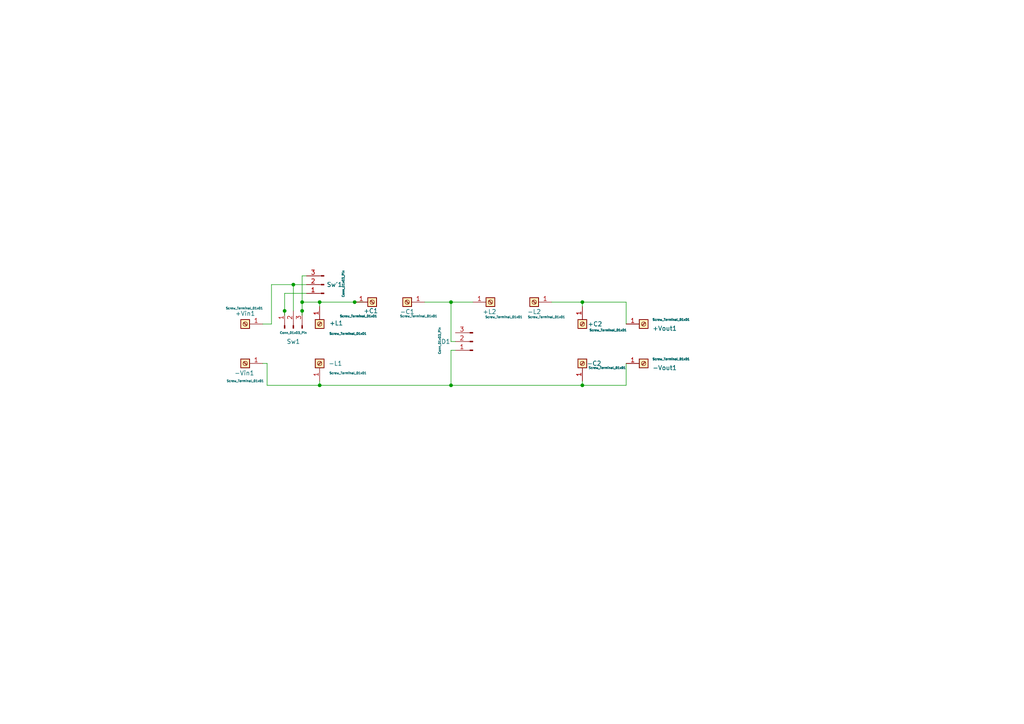
<source format=kicad_sch>
(kicad_sch
	(version 20250114)
	(generator "eeschema")
	(generator_version "9.0")
	(uuid "ef64f864-6f3e-452f-b44d-c71573ddd545")
	(paper "A4")
	(title_block
		(title "Luo Converter Schematic")
		(date "19-06-2025")
	)
	(lib_symbols
		(symbol "Connector:Conn_01x03_Pin"
			(pin_names
				(offset 1.016)
				(hide yes)
			)
			(exclude_from_sim no)
			(in_bom yes)
			(on_board yes)
			(property "Reference" "J"
				(at 0 5.08 0)
				(effects
					(font
						(size 1.27 1.27)
					)
				)
			)
			(property "Value" "Conn_01x03_Pin"
				(at 0 -5.08 0)
				(effects
					(font
						(size 1.27 1.27)
					)
				)
			)
			(property "Footprint" ""
				(at 0 0 0)
				(effects
					(font
						(size 1.27 1.27)
					)
					(hide yes)
				)
			)
			(property "Datasheet" "~"
				(at 0 0 0)
				(effects
					(font
						(size 1.27 1.27)
					)
					(hide yes)
				)
			)
			(property "Description" "Generic connector, single row, 01x03, script generated"
				(at 0 0 0)
				(effects
					(font
						(size 1.27 1.27)
					)
					(hide yes)
				)
			)
			(property "ki_locked" ""
				(at 0 0 0)
				(effects
					(font
						(size 1.27 1.27)
					)
				)
			)
			(property "ki_keywords" "connector"
				(at 0 0 0)
				(effects
					(font
						(size 1.27 1.27)
					)
					(hide yes)
				)
			)
			(property "ki_fp_filters" "Connector*:*_1x??_*"
				(at 0 0 0)
				(effects
					(font
						(size 1.27 1.27)
					)
					(hide yes)
				)
			)
			(symbol "Conn_01x03_Pin_1_1"
				(rectangle
					(start 0.8636 2.667)
					(end 0 2.413)
					(stroke
						(width 0.1524)
						(type default)
					)
					(fill
						(type outline)
					)
				)
				(rectangle
					(start 0.8636 0.127)
					(end 0 -0.127)
					(stroke
						(width 0.1524)
						(type default)
					)
					(fill
						(type outline)
					)
				)
				(rectangle
					(start 0.8636 -2.413)
					(end 0 -2.667)
					(stroke
						(width 0.1524)
						(type default)
					)
					(fill
						(type outline)
					)
				)
				(polyline
					(pts
						(xy 1.27 2.54) (xy 0.8636 2.54)
					)
					(stroke
						(width 0.1524)
						(type default)
					)
					(fill
						(type none)
					)
				)
				(polyline
					(pts
						(xy 1.27 0) (xy 0.8636 0)
					)
					(stroke
						(width 0.1524)
						(type default)
					)
					(fill
						(type none)
					)
				)
				(polyline
					(pts
						(xy 1.27 -2.54) (xy 0.8636 -2.54)
					)
					(stroke
						(width 0.1524)
						(type default)
					)
					(fill
						(type none)
					)
				)
				(pin passive line
					(at 5.08 2.54 180)
					(length 3.81)
					(name "Pin_1"
						(effects
							(font
								(size 1.27 1.27)
							)
						)
					)
					(number "1"
						(effects
							(font
								(size 1.27 1.27)
							)
						)
					)
				)
				(pin passive line
					(at 5.08 0 180)
					(length 3.81)
					(name "Pin_2"
						(effects
							(font
								(size 1.27 1.27)
							)
						)
					)
					(number "2"
						(effects
							(font
								(size 1.27 1.27)
							)
						)
					)
				)
				(pin passive line
					(at 5.08 -2.54 180)
					(length 3.81)
					(name "Pin_3"
						(effects
							(font
								(size 1.27 1.27)
							)
						)
					)
					(number "3"
						(effects
							(font
								(size 1.27 1.27)
							)
						)
					)
				)
			)
			(embedded_fonts no)
		)
		(symbol "Connector:Screw_Terminal_01x01"
			(pin_names
				(offset 1.016)
				(hide yes)
			)
			(exclude_from_sim no)
			(in_bom yes)
			(on_board yes)
			(property "Reference" "J"
				(at 0 2.54 0)
				(effects
					(font
						(size 1.27 1.27)
					)
				)
			)
			(property "Value" "Screw_Terminal_01x01"
				(at 0 -2.54 0)
				(effects
					(font
						(size 1.27 1.27)
					)
				)
			)
			(property "Footprint" ""
				(at 0 0 0)
				(effects
					(font
						(size 1.27 1.27)
					)
					(hide yes)
				)
			)
			(property "Datasheet" "~"
				(at 0 0 0)
				(effects
					(font
						(size 1.27 1.27)
					)
					(hide yes)
				)
			)
			(property "Description" "Generic screw terminal, single row, 01x01, script generated (kicad-library-utils/schlib/autogen/connector/)"
				(at 0 0 0)
				(effects
					(font
						(size 1.27 1.27)
					)
					(hide yes)
				)
			)
			(property "ki_keywords" "screw terminal"
				(at 0 0 0)
				(effects
					(font
						(size 1.27 1.27)
					)
					(hide yes)
				)
			)
			(property "ki_fp_filters" "TerminalBlock*:*"
				(at 0 0 0)
				(effects
					(font
						(size 1.27 1.27)
					)
					(hide yes)
				)
			)
			(symbol "Screw_Terminal_01x01_1_1"
				(rectangle
					(start -1.27 1.27)
					(end 1.27 -1.27)
					(stroke
						(width 0.254)
						(type default)
					)
					(fill
						(type background)
					)
				)
				(polyline
					(pts
						(xy -0.5334 0.3302) (xy 0.3302 -0.508)
					)
					(stroke
						(width 0.1524)
						(type default)
					)
					(fill
						(type none)
					)
				)
				(polyline
					(pts
						(xy -0.3556 0.508) (xy 0.508 -0.3302)
					)
					(stroke
						(width 0.1524)
						(type default)
					)
					(fill
						(type none)
					)
				)
				(circle
					(center 0 0)
					(radius 0.635)
					(stroke
						(width 0.1524)
						(type default)
					)
					(fill
						(type none)
					)
				)
				(pin passive line
					(at -5.08 0 0)
					(length 3.81)
					(name "Pin_1"
						(effects
							(font
								(size 1.27 1.27)
							)
						)
					)
					(number "1"
						(effects
							(font
								(size 1.27 1.27)
							)
						)
					)
				)
			)
			(embedded_fonts no)
		)
	)
	(junction
		(at 85.09 82.55)
		(diameter 0)
		(color 0 0 0 0)
		(uuid "368208cd-c242-424e-889c-26c656aa3894")
	)
	(junction
		(at 102.87 87.63)
		(diameter 0)
		(color 0 0 0 0)
		(uuid "44509183-350b-475d-89ae-4008e0824a1f")
	)
	(junction
		(at 130.81 87.63)
		(diameter 0)
		(color 0 0 0 0)
		(uuid "45844b9e-e764-42a3-bf3b-a4411392d8e9")
	)
	(junction
		(at 130.81 111.76)
		(diameter 0)
		(color 0 0 0 0)
		(uuid "6686d7d1-81ce-40a5-9128-dd9975cdb25b")
	)
	(junction
		(at 92.71 87.63)
		(diameter 0)
		(color 0 0 0 0)
		(uuid "6e9b0d1c-803e-433f-b2a5-ccfdd0966471")
	)
	(junction
		(at 82.55 90.17)
		(diameter 0)
		(color 0 0 0 0)
		(uuid "722ef8ed-9887-4ddf-a80c-0f9fc8ff28a5")
	)
	(junction
		(at 168.91 87.63)
		(diameter 0)
		(color 0 0 0 0)
		(uuid "a271949e-6813-446e-b9f9-053c33e1d509")
	)
	(junction
		(at 92.71 111.76)
		(diameter 0)
		(color 0 0 0 0)
		(uuid "b2a9757e-a0f6-48c4-b76e-b0a9e8d8af95")
	)
	(junction
		(at 87.63 90.17)
		(diameter 0)
		(color 0 0 0 0)
		(uuid "b8c3b742-3433-4e9a-8d53-e105bafd3456")
	)
	(junction
		(at 168.91 111.76)
		(diameter 0)
		(color 0 0 0 0)
		(uuid "bdb8587e-7c19-4944-92c7-d70e626cdf25")
	)
	(junction
		(at 87.63 87.63)
		(diameter 0)
		(color 0 0 0 0)
		(uuid "ef5a7eb8-700a-4b87-b5b5-e7c801afd7cd")
	)
	(wire
		(pts
			(xy 76.2 105.41) (xy 77.47 105.41)
		)
		(stroke
			(width 0)
			(type default)
		)
		(uuid "0240b278-da5f-4f2d-b741-654600e1fa57")
	)
	(wire
		(pts
			(xy 123.19 87.63) (xy 130.81 87.63)
		)
		(stroke
			(width 0)
			(type default)
		)
		(uuid "050f214b-4852-42ad-b1b2-f743790b7601")
	)
	(wire
		(pts
			(xy 78.74 93.98) (xy 78.74 82.55)
		)
		(stroke
			(width 0)
			(type default)
		)
		(uuid "09156f70-2bef-4a68-b0be-6c5d19f41ddb")
	)
	(wire
		(pts
			(xy 181.61 105.41) (xy 181.61 111.76)
		)
		(stroke
			(width 0)
			(type default)
		)
		(uuid "139240fe-d37f-41ef-9ca1-d7bf01125624")
	)
	(wire
		(pts
			(xy 88.9 80.01) (xy 87.63 80.01)
		)
		(stroke
			(width 0)
			(type default)
		)
		(uuid "19255126-75f6-4653-89dd-6f6095cfd566")
	)
	(wire
		(pts
			(xy 82.55 90.17) (xy 82.55 91.44)
		)
		(stroke
			(width 0)
			(type default)
		)
		(uuid "1a83ff01-2832-496b-9225-3484db191069")
	)
	(wire
		(pts
			(xy 92.71 111.76) (xy 92.71 110.49)
		)
		(stroke
			(width 0)
			(type default)
		)
		(uuid "2239d41a-be1f-4e4f-9680-e8620d163451")
	)
	(wire
		(pts
			(xy 168.91 111.76) (xy 168.91 110.49)
		)
		(stroke
			(width 0)
			(type default)
		)
		(uuid "310654fd-73e9-4de5-b91e-baba4330c437")
	)
	(wire
		(pts
			(xy 105.41 87.63) (xy 102.87 87.63)
		)
		(stroke
			(width 0)
			(type default)
		)
		(uuid "3528e90d-f463-4645-b193-a54ef1213879")
	)
	(wire
		(pts
			(xy 130.81 87.63) (xy 137.16 87.63)
		)
		(stroke
			(width 0)
			(type default)
		)
		(uuid "35777fdf-72a2-4d56-aedc-ecbf6427e594")
	)
	(wire
		(pts
			(xy 160.02 87.63) (xy 168.91 87.63)
		)
		(stroke
			(width 0)
			(type default)
		)
		(uuid "3c2965f2-be60-447e-ba0a-597895a6e83a")
	)
	(wire
		(pts
			(xy 181.61 111.76) (xy 168.91 111.76)
		)
		(stroke
			(width 0)
			(type default)
		)
		(uuid "405cceb6-dab6-476b-8d97-12169e0cf4ee")
	)
	(wire
		(pts
			(xy 132.08 99.06) (xy 130.81 99.06)
		)
		(stroke
			(width 0)
			(type default)
		)
		(uuid "47f46c4d-2fe8-4f99-8e56-47ab73dc3bed")
	)
	(wire
		(pts
			(xy 181.61 87.63) (xy 168.91 87.63)
		)
		(stroke
			(width 0)
			(type default)
		)
		(uuid "4cb0ac3e-1553-4324-be0c-47d1da60f6d5")
	)
	(wire
		(pts
			(xy 87.63 80.01) (xy 87.63 87.63)
		)
		(stroke
			(width 0)
			(type default)
		)
		(uuid "4cd582c1-78bc-4a1f-bfae-47f0acab55f3")
	)
	(wire
		(pts
			(xy 78.74 82.55) (xy 85.09 82.55)
		)
		(stroke
			(width 0)
			(type default)
		)
		(uuid "56c3ff04-e0d3-4039-b518-87a6d130b9b4")
	)
	(wire
		(pts
			(xy 87.63 87.63) (xy 87.63 90.17)
		)
		(stroke
			(width 0)
			(type default)
		)
		(uuid "6cb53910-d062-4183-9acd-19b4b29b236e")
	)
	(wire
		(pts
			(xy 88.9 82.55) (xy 85.09 82.55)
		)
		(stroke
			(width 0)
			(type default)
		)
		(uuid "6ec30991-01e1-4ce9-9e66-c19a3082dfc8")
	)
	(wire
		(pts
			(xy 130.81 101.6) (xy 130.81 111.76)
		)
		(stroke
			(width 0)
			(type default)
		)
		(uuid "7a77a3dd-458d-42a8-923b-9146c23b281a")
	)
	(wire
		(pts
			(xy 88.9 85.09) (xy 82.55 85.09)
		)
		(stroke
			(width 0)
			(type default)
		)
		(uuid "84bbda4f-a15c-42e9-9c82-3d2641dd575f")
	)
	(wire
		(pts
			(xy 92.71 111.76) (xy 130.81 111.76)
		)
		(stroke
			(width 0)
			(type default)
		)
		(uuid "87351d50-3aa1-47aa-9258-7d0fe3de0146")
	)
	(wire
		(pts
			(xy 82.55 85.09) (xy 82.55 90.17)
		)
		(stroke
			(width 0)
			(type default)
		)
		(uuid "91c13d08-d931-447c-8927-061d5b6ab864")
	)
	(wire
		(pts
			(xy 181.61 93.98) (xy 181.61 87.63)
		)
		(stroke
			(width 0)
			(type default)
		)
		(uuid "9a11561f-3530-442e-a540-ce58d8150927")
	)
	(wire
		(pts
			(xy 87.63 87.63) (xy 92.71 87.63)
		)
		(stroke
			(width 0)
			(type default)
		)
		(uuid "9bd65b51-f831-4d2f-a64a-60a7a2cb6480")
	)
	(wire
		(pts
			(xy 130.81 87.63) (xy 130.81 99.06)
		)
		(stroke
			(width 0)
			(type default)
		)
		(uuid "9f8ca37f-2ea2-4d58-9bcf-108dc1732209")
	)
	(wire
		(pts
			(xy 130.81 101.6) (xy 132.08 101.6)
		)
		(stroke
			(width 0)
			(type default)
		)
		(uuid "a055beeb-538e-4b8b-8c8d-57f05aaeb694")
	)
	(wire
		(pts
			(xy 130.81 111.76) (xy 168.91 111.76)
		)
		(stroke
			(width 0)
			(type default)
		)
		(uuid "b1235caa-7f7b-41d2-afc4-574df932e8ab")
	)
	(wire
		(pts
			(xy 77.47 111.76) (xy 92.71 111.76)
		)
		(stroke
			(width 0)
			(type default)
		)
		(uuid "bcd72996-abbe-4ec6-8ce9-dd88af72a8c5")
	)
	(wire
		(pts
			(xy 92.71 87.63) (xy 92.71 88.9)
		)
		(stroke
			(width 0)
			(type default)
		)
		(uuid "c16eb43a-b4f1-49ed-9332-8410bfdcd2ec")
	)
	(wire
		(pts
			(xy 85.09 82.55) (xy 85.09 90.17)
		)
		(stroke
			(width 0)
			(type default)
		)
		(uuid "c2fd0dbc-a5b7-4a10-b2e6-8f3c0836790a")
	)
	(wire
		(pts
			(xy 76.2 93.98) (xy 78.74 93.98)
		)
		(stroke
			(width 0)
			(type default)
		)
		(uuid "d09a918a-c90a-4173-bfa7-87eefe71b9ff")
	)
	(wire
		(pts
			(xy 102.87 87.63) (xy 92.71 87.63)
		)
		(stroke
			(width 0)
			(type default)
		)
		(uuid "e1f0e475-df0a-444f-89d0-b01eadd16a74")
	)
	(wire
		(pts
			(xy 87.63 90.17) (xy 87.63 91.44)
		)
		(stroke
			(width 0)
			(type default)
		)
		(uuid "e9da0262-643f-469c-9e26-9ebcc98babdd")
	)
	(wire
		(pts
			(xy 168.91 87.63) (xy 168.91 88.9)
		)
		(stroke
			(width 0)
			(type default)
		)
		(uuid "f8a1c988-263c-4387-b3a8-022ad2df36f3")
	)
	(wire
		(pts
			(xy 77.47 105.41) (xy 77.47 111.76)
		)
		(stroke
			(width 0)
			(type default)
		)
		(uuid "ff8efe59-86db-4ed9-85db-0bad26405230")
	)
	(symbol
		(lib_id "Connector:Screw_Terminal_01x01")
		(at 71.12 105.41 180)
		(unit 1)
		(exclude_from_sim no)
		(in_bom yes)
		(on_board yes)
		(dnp no)
		(uuid "008046fa-8167-4839-92dc-40b5c681526c")
		(property "Reference" "-Vin1"
			(at 70.866 108.204 0)
			(effects
				(font
					(size 1.27 1.27)
				)
			)
		)
		(property "Value" "Screw_Terminal_01x01"
			(at 71.12 110.49 0)
			(effects
				(font
					(size 0.635 0.635)
				)
			)
		)
		(property "Footprint" "Connector:Banana_Jack_1Pin"
			(at 71.12 105.41 0)
			(effects
				(font
					(size 1.27 1.27)
				)
				(hide yes)
			)
		)
		(property "Datasheet" "~"
			(at 71.12 105.41 0)
			(effects
				(font
					(size 1.27 1.27)
				)
				(hide yes)
			)
		)
		(property "Description" "Generic screw terminal, single row, 01x01, script generated (kicad-library-utils/schlib/autogen/connector/)"
			(at 71.12 105.41 0)
			(effects
				(font
					(size 1.27 1.27)
				)
				(hide yes)
			)
		)
		(pin "1"
			(uuid "da856b95-eded-4ed5-b729-6a1a128f9a39")
		)
		(instances
			(project ""
				(path "/ef64f864-6f3e-452f-b44d-c71573ddd545"
					(reference "-Vin1")
					(unit 1)
				)
			)
		)
	)
	(symbol
		(lib_id "Connector:Screw_Terminal_01x01")
		(at 154.94 87.63 180)
		(unit 1)
		(exclude_from_sim no)
		(in_bom yes)
		(on_board yes)
		(dnp no)
		(uuid "1021b9ae-942f-4ca1-baa9-94faa142b2b6")
		(property "Reference" "-L2"
			(at 154.94 90.424 0)
			(effects
				(font
					(size 1.27 1.27)
				)
			)
		)
		(property "Value" "Screw_Terminal_01x01"
			(at 158.496 91.948 0)
			(effects
				(font
					(size 0.635 0.635)
				)
			)
		)
		(property "Footprint" "Connector:Banana_Jack_1Pin"
			(at 154.94 87.63 0)
			(effects
				(font
					(size 1.27 1.27)
				)
				(hide yes)
			)
		)
		(property "Datasheet" "~"
			(at 154.94 87.63 0)
			(effects
				(font
					(size 1.27 1.27)
				)
				(hide yes)
			)
		)
		(property "Description" "Generic screw terminal, single row, 01x01, script generated (kicad-library-utils/schlib/autogen/connector/)"
			(at 154.94 87.63 0)
			(effects
				(font
					(size 1.27 1.27)
				)
				(hide yes)
			)
		)
		(pin "1"
			(uuid "0e6a6ecf-3bc2-4a63-8f6e-8eec73a7a18b")
		)
		(instances
			(project "Luo_Converter"
				(path "/ef64f864-6f3e-452f-b44d-c71573ddd545"
					(reference "-L2")
					(unit 1)
				)
			)
		)
	)
	(symbol
		(lib_id "Connector:Screw_Terminal_01x01")
		(at 71.12 93.98 180)
		(unit 1)
		(exclude_from_sim no)
		(in_bom yes)
		(on_board yes)
		(dnp no)
		(uuid "126087c8-f571-469b-a3ec-7957ddf6fc68")
		(property "Reference" "+Vin1"
			(at 71.12 90.932 0)
			(effects
				(font
					(size 1.27 1.27)
				)
			)
		)
		(property "Value" "Screw_Terminal_01x01"
			(at 70.866 89.408 0)
			(effects
				(font
					(size 0.635 0.635)
				)
			)
		)
		(property "Footprint" "Connector:Banana_Jack_1Pin"
			(at 71.12 93.98 0)
			(effects
				(font
					(size 1.27 1.27)
				)
				(hide yes)
			)
		)
		(property "Datasheet" "~"
			(at 71.12 93.98 0)
			(effects
				(font
					(size 1.27 1.27)
				)
				(hide yes)
			)
		)
		(property "Description" "Generic screw terminal, single row, 01x01, script generated (kicad-library-utils/schlib/autogen/connector/)"
			(at 71.12 93.98 0)
			(effects
				(font
					(size 1.27 1.27)
				)
				(hide yes)
			)
		)
		(pin "1"
			(uuid "c0bce88d-5990-434c-89e2-312d04292b0a")
		)
		(instances
			(project ""
				(path "/ef64f864-6f3e-452f-b44d-c71573ddd545"
					(reference "+Vin1")
					(unit 1)
				)
			)
		)
	)
	(symbol
		(lib_id "Connector:Conn_01x03_Pin")
		(at 93.98 82.55 180)
		(unit 1)
		(exclude_from_sim no)
		(in_bom yes)
		(on_board yes)
		(dnp no)
		(uuid "15bd0201-99a3-443e-8056-611d166738d0")
		(property "Reference" "Sw'1"
			(at 97.028 82.55 0)
			(effects
				(font
					(size 1.27 1.27)
				)
			)
		)
		(property "Value" "Conn_01x03_Pin"
			(at 99.568 82.296 90)
			(effects
				(font
					(size 0.635 0.635)
				)
			)
		)
		(property "Footprint" "TerminalBlock:TerminalBlock_bornier-3_P5.08mm"
			(at 93.98 82.55 0)
			(effects
				(font
					(size 1.27 1.27)
				)
				(hide yes)
			)
		)
		(property "Datasheet" "~"
			(at 93.98 82.55 0)
			(effects
				(font
					(size 1.27 1.27)
				)
				(hide yes)
			)
		)
		(property "Description" "Generic connector, single row, 01x03, script generated"
			(at 93.98 82.55 0)
			(effects
				(font
					(size 1.27 1.27)
				)
				(hide yes)
			)
		)
		(pin "2"
			(uuid "eb038ac5-74c5-46f5-ba48-5f791ec5a7f6")
		)
		(pin "3"
			(uuid "de602130-bc76-47f1-9b27-2b1c914a81b9")
		)
		(pin "1"
			(uuid "0004d3c6-2985-4161-abef-3f00502fec4c")
		)
		(instances
			(project "Luo_Converter"
				(path "/ef64f864-6f3e-452f-b44d-c71573ddd545"
					(reference "Sw'1")
					(unit 1)
				)
			)
		)
	)
	(symbol
		(lib_id "Connector:Screw_Terminal_01x01")
		(at 118.11 87.63 180)
		(unit 1)
		(exclude_from_sim no)
		(in_bom yes)
		(on_board yes)
		(dnp no)
		(uuid "23159e40-ac0f-4875-92e0-64fe199e8a4c")
		(property "Reference" "-C1"
			(at 118.11 90.424 0)
			(effects
				(font
					(size 1.27 1.27)
				)
			)
		)
		(property "Value" "Screw_Terminal_01x01"
			(at 121.412 91.694 0)
			(effects
				(font
					(size 0.635 0.635)
				)
			)
		)
		(property "Footprint" "Connector:Banana_Jack_1Pin"
			(at 118.11 87.63 0)
			(effects
				(font
					(size 1.27 1.27)
				)
				(hide yes)
			)
		)
		(property "Datasheet" "~"
			(at 118.11 87.63 0)
			(effects
				(font
					(size 1.27 1.27)
				)
				(hide yes)
			)
		)
		(property "Description" "Generic screw terminal, single row, 01x01, script generated (kicad-library-utils/schlib/autogen/connector/)"
			(at 118.11 87.63 0)
			(effects
				(font
					(size 1.27 1.27)
				)
				(hide yes)
			)
		)
		(pin "1"
			(uuid "eb9d698a-5af4-4e3d-b945-8dc44e692aa3")
		)
		(instances
			(project "Luo_Converter"
				(path "/ef64f864-6f3e-452f-b44d-c71573ddd545"
					(reference "-C1")
					(unit 1)
				)
			)
		)
	)
	(symbol
		(lib_id "Connector:Screw_Terminal_01x01")
		(at 92.71 105.41 90)
		(unit 1)
		(exclude_from_sim no)
		(in_bom yes)
		(on_board yes)
		(dnp no)
		(uuid "3f16cbc7-5bfb-4464-9531-0a8b58d820f5")
		(property "Reference" "-L1"
			(at 95.25 105.41 90)
			(effects
				(font
					(size 1.27 1.27)
				)
				(justify right)
			)
		)
		(property "Value" "Screw_Terminal_01x01"
			(at 95.504 108.204 90)
			(effects
				(font
					(size 0.635 0.635)
				)
				(justify right)
			)
		)
		(property "Footprint" "Connector:Banana_Jack_1Pin"
			(at 92.71 105.41 0)
			(effects
				(font
					(size 1.27 1.27)
				)
				(hide yes)
			)
		)
		(property "Datasheet" "~"
			(at 92.71 105.41 0)
			(effects
				(font
					(size 1.27 1.27)
				)
				(hide yes)
			)
		)
		(property "Description" "Generic screw terminal, single row, 01x01, script generated (kicad-library-utils/schlib/autogen/connector/)"
			(at 92.71 105.41 0)
			(effects
				(font
					(size 1.27 1.27)
				)
				(hide yes)
			)
		)
		(pin "1"
			(uuid "e6099344-0c4d-4e98-ad51-8c0983a3c562")
		)
		(instances
			(project "Luo_Converter"
				(path "/ef64f864-6f3e-452f-b44d-c71573ddd545"
					(reference "-L1")
					(unit 1)
				)
			)
		)
	)
	(symbol
		(lib_id "Connector:Screw_Terminal_01x01")
		(at 168.91 93.98 270)
		(unit 1)
		(exclude_from_sim no)
		(in_bom yes)
		(on_board yes)
		(dnp no)
		(uuid "42c00b43-f465-4e24-9b17-975855aaf36a")
		(property "Reference" "+C2"
			(at 170.434 93.98 90)
			(effects
				(font
					(size 1.27 1.27)
				)
				(justify left)
			)
		)
		(property "Value" "Screw_Terminal_01x01"
			(at 170.942 95.758 90)
			(effects
				(font
					(size 0.635 0.635)
				)
				(justify left)
			)
		)
		(property "Footprint" "Connector:Banana_Jack_1Pin"
			(at 168.91 93.98 0)
			(effects
				(font
					(size 1.27 1.27)
				)
				(hide yes)
			)
		)
		(property "Datasheet" "~"
			(at 168.91 93.98 0)
			(effects
				(font
					(size 1.27 1.27)
				)
				(hide yes)
			)
		)
		(property "Description" "Generic screw terminal, single row, 01x01, script generated (kicad-library-utils/schlib/autogen/connector/)"
			(at 168.91 93.98 0)
			(effects
				(font
					(size 1.27 1.27)
				)
				(hide yes)
			)
		)
		(pin "1"
			(uuid "b3815596-7854-414c-8d2e-209e06d6becd")
		)
		(instances
			(project "Luo_Converter"
				(path "/ef64f864-6f3e-452f-b44d-c71573ddd545"
					(reference "+C2")
					(unit 1)
				)
			)
		)
	)
	(symbol
		(lib_id "Connector:Screw_Terminal_01x01")
		(at 92.71 93.98 270)
		(unit 1)
		(exclude_from_sim no)
		(in_bom yes)
		(on_board yes)
		(dnp no)
		(uuid "559abc54-0899-4552-a993-b1f231188a03")
		(property "Reference" "+L1"
			(at 95.504 93.726 90)
			(effects
				(font
					(size 1.27 1.27)
				)
				(justify left)
			)
		)
		(property "Value" "Screw_Terminal_01x01"
			(at 95.504 96.774 90)
			(effects
				(font
					(size 0.635 0.635)
				)
				(justify left)
			)
		)
		(property "Footprint" "Connector:Banana_Jack_1Pin"
			(at 92.71 93.98 0)
			(effects
				(font
					(size 1.27 1.27)
				)
				(hide yes)
			)
		)
		(property "Datasheet" "~"
			(at 92.71 93.98 0)
			(effects
				(font
					(size 1.27 1.27)
				)
				(hide yes)
			)
		)
		(property "Description" "Generic screw terminal, single row, 01x01, script generated (kicad-library-utils/schlib/autogen/connector/)"
			(at 92.71 93.98 0)
			(effects
				(font
					(size 1.27 1.27)
				)
				(hide yes)
			)
		)
		(pin "1"
			(uuid "9e9fe4a1-4c2e-4fd3-81f2-8ec8df5ebc52")
		)
		(instances
			(project "Luo_Converter"
				(path "/ef64f864-6f3e-452f-b44d-c71573ddd545"
					(reference "+L1")
					(unit 1)
				)
			)
		)
	)
	(symbol
		(lib_id "Connector:Screw_Terminal_01x01")
		(at 168.91 105.41 90)
		(unit 1)
		(exclude_from_sim no)
		(in_bom yes)
		(on_board yes)
		(dnp no)
		(uuid "576a181f-6707-4454-b505-63267e12c03a")
		(property "Reference" "-C2"
			(at 170.18 105.41 90)
			(effects
				(font
					(size 1.27 1.27)
				)
				(justify right)
			)
		)
		(property "Value" "Screw_Terminal_01x01"
			(at 170.688 106.68 90)
			(effects
				(font
					(size 0.635 0.635)
				)
				(justify right)
			)
		)
		(property "Footprint" "Connector:Banana_Jack_1Pin"
			(at 168.91 105.41 0)
			(effects
				(font
					(size 1.27 1.27)
				)
				(hide yes)
			)
		)
		(property "Datasheet" "~"
			(at 168.91 105.41 0)
			(effects
				(font
					(size 1.27 1.27)
				)
				(hide yes)
			)
		)
		(property "Description" "Generic screw terminal, single row, 01x01, script generated (kicad-library-utils/schlib/autogen/connector/)"
			(at 168.91 105.41 0)
			(effects
				(font
					(size 1.27 1.27)
				)
				(hide yes)
			)
		)
		(pin "1"
			(uuid "a29c76bd-1565-4d61-9325-4ee459afa9a9")
		)
		(instances
			(project "Luo_Converter"
				(path "/ef64f864-6f3e-452f-b44d-c71573ddd545"
					(reference "-C2")
					(unit 1)
				)
			)
		)
	)
	(symbol
		(lib_id "Connector:Screw_Terminal_01x01")
		(at 142.24 87.63 0)
		(unit 1)
		(exclude_from_sim no)
		(in_bom yes)
		(on_board yes)
		(dnp no)
		(uuid "5aae6ce9-6e78-40b2-a150-3b522d7a1837")
		(property "Reference" "+L2"
			(at 139.954 90.424 0)
			(effects
				(font
					(size 1.27 1.27)
				)
				(justify left)
			)
		)
		(property "Value" "Screw_Terminal_01x01"
			(at 140.716 91.948 0)
			(effects
				(font
					(size 0.635 0.635)
				)
				(justify left)
			)
		)
		(property "Footprint" "Connector:Banana_Jack_1Pin"
			(at 142.24 87.63 0)
			(effects
				(font
					(size 1.27 1.27)
				)
				(hide yes)
			)
		)
		(property "Datasheet" "~"
			(at 142.24 87.63 0)
			(effects
				(font
					(size 1.27 1.27)
				)
				(hide yes)
			)
		)
		(property "Description" "Generic screw terminal, single row, 01x01, script generated (kicad-library-utils/schlib/autogen/connector/)"
			(at 142.24 87.63 0)
			(effects
				(font
					(size 1.27 1.27)
				)
				(hide yes)
			)
		)
		(pin "1"
			(uuid "799b0fe1-7e58-4e3d-8aa9-0f08ece972a7")
		)
		(instances
			(project "Luo_Converter"
				(path "/ef64f864-6f3e-452f-b44d-c71573ddd545"
					(reference "+L2")
					(unit 1)
				)
			)
		)
	)
	(symbol
		(lib_id "Connector:Screw_Terminal_01x01")
		(at 186.69 93.98 0)
		(mirror x)
		(unit 1)
		(exclude_from_sim no)
		(in_bom yes)
		(on_board yes)
		(dnp no)
		(fields_autoplaced yes)
		(uuid "882daf75-4cf1-4961-885c-e14108e43caf")
		(property "Reference" "+Vout1"
			(at 189.23 95.2501 0)
			(effects
				(font
					(size 1.27 1.27)
				)
				(justify left)
			)
		)
		(property "Value" "Screw_Terminal_01x01"
			(at 189.23 92.7101 0)
			(effects
				(font
					(size 0.635 0.635)
				)
				(justify left)
			)
		)
		(property "Footprint" "Connector:Banana_Jack_1Pin"
			(at 186.69 93.98 0)
			(effects
				(font
					(size 1.27 1.27)
				)
				(hide yes)
			)
		)
		(property "Datasheet" "~"
			(at 186.69 93.98 0)
			(effects
				(font
					(size 1.27 1.27)
				)
				(hide yes)
			)
		)
		(property "Description" "Generic screw terminal, single row, 01x01, script generated (kicad-library-utils/schlib/autogen/connector/)"
			(at 186.69 93.98 0)
			(effects
				(font
					(size 1.27 1.27)
				)
				(hide yes)
			)
		)
		(pin "1"
			(uuid "79839409-c250-4c4b-9f2f-8a2adc08f7a3")
		)
		(instances
			(project "Luo_Converter"
				(path "/ef64f864-6f3e-452f-b44d-c71573ddd545"
					(reference "+Vout1")
					(unit 1)
				)
			)
		)
	)
	(symbol
		(lib_id "Connector:Conn_01x03_Pin")
		(at 85.09 95.25 90)
		(unit 1)
		(exclude_from_sim no)
		(in_bom yes)
		(on_board yes)
		(dnp no)
		(uuid "9bae47ed-45ae-45d1-8503-f722ad3f45fd")
		(property "Reference" "Sw1"
			(at 85.09 99.06 90)
			(effects
				(font
					(size 1.27 1.27)
				)
			)
		)
		(property "Value" "Conn_01x03_Pin"
			(at 85.09 96.52 90)
			(effects
				(font
					(size 0.635 0.635)
				)
			)
		)
		(property "Footprint" "TerminalBlock:TerminalBlock_bornier-3_P5.08mm"
			(at 85.09 95.25 0)
			(effects
				(font
					(size 1.27 1.27)
				)
				(hide yes)
			)
		)
		(property "Datasheet" "~"
			(at 85.09 95.25 0)
			(effects
				(font
					(size 1.27 1.27)
				)
				(hide yes)
			)
		)
		(property "Description" "Generic connector, single row, 01x03, script generated"
			(at 85.09 95.25 0)
			(effects
				(font
					(size 1.27 1.27)
				)
				(hide yes)
			)
		)
		(pin "2"
			(uuid "643a0095-7be4-4cba-9b2a-2a75db929b8b")
		)
		(pin "3"
			(uuid "aba929b8-f483-4e49-94d4-cfa400e5e264")
		)
		(pin "1"
			(uuid "f644b8c2-5817-4e7a-9b69-2fbf2f83b724")
		)
		(instances
			(project "Luo_Converter"
				(path "/ef64f864-6f3e-452f-b44d-c71573ddd545"
					(reference "Sw1")
					(unit 1)
				)
			)
		)
	)
	(symbol
		(lib_id "Connector:Screw_Terminal_01x01")
		(at 107.95 87.63 0)
		(unit 1)
		(exclude_from_sim no)
		(in_bom yes)
		(on_board yes)
		(dnp no)
		(uuid "c9c13ea8-9735-43d5-bf6b-aa6ca058382f")
		(property "Reference" "+C1"
			(at 105.41 90.17 0)
			(effects
				(font
					(size 1.27 1.27)
				)
				(justify left)
			)
		)
		(property "Value" "Screw_Terminal_01x01"
			(at 98.552 91.694 0)
			(effects
				(font
					(size 0.635 0.635)
				)
				(justify left)
			)
		)
		(property "Footprint" "Connector:Banana_Jack_1Pin"
			(at 107.95 87.63 0)
			(effects
				(font
					(size 1.27 1.27)
				)
				(hide yes)
			)
		)
		(property "Datasheet" "~"
			(at 107.95 87.63 0)
			(effects
				(font
					(size 1.27 1.27)
				)
				(hide yes)
			)
		)
		(property "Description" "Generic screw terminal, single row, 01x01, script generated (kicad-library-utils/schlib/autogen/connector/)"
			(at 107.95 87.63 0)
			(effects
				(font
					(size 1.27 1.27)
				)
				(hide yes)
			)
		)
		(pin "1"
			(uuid "9d41f134-dc84-45bd-8fe0-189430b250ee")
		)
		(instances
			(project "Luo_Converter"
				(path "/ef64f864-6f3e-452f-b44d-c71573ddd545"
					(reference "+C1")
					(unit 1)
				)
			)
		)
	)
	(symbol
		(lib_id "Connector:Screw_Terminal_01x01")
		(at 186.69 105.41 0)
		(mirror x)
		(unit 1)
		(exclude_from_sim no)
		(in_bom yes)
		(on_board yes)
		(dnp no)
		(fields_autoplaced yes)
		(uuid "e452f452-cf69-46ec-8fb3-ffbba661773f")
		(property "Reference" "-Vout1"
			(at 189.23 106.6801 0)
			(effects
				(font
					(size 1.27 1.27)
				)
				(justify left)
			)
		)
		(property "Value" "Screw_Terminal_01x01"
			(at 189.23 104.1401 0)
			(effects
				(font
					(size 0.635 0.635)
				)
				(justify left)
			)
		)
		(property "Footprint" "Connector:Banana_Jack_1Pin"
			(at 186.69 105.41 0)
			(effects
				(font
					(size 1.27 1.27)
				)
				(hide yes)
			)
		)
		(property "Datasheet" "~"
			(at 186.69 105.41 0)
			(effects
				(font
					(size 1.27 1.27)
				)
				(hide yes)
			)
		)
		(property "Description" "Generic screw terminal, single row, 01x01, script generated (kicad-library-utils/schlib/autogen/connector/)"
			(at 186.69 105.41 0)
			(effects
				(font
					(size 1.27 1.27)
				)
				(hide yes)
			)
		)
		(pin "1"
			(uuid "f9f1ed2d-00dd-45d7-b5c2-037f6cc19584")
		)
		(instances
			(project "Luo_Converter"
				(path "/ef64f864-6f3e-452f-b44d-c71573ddd545"
					(reference "-Vout1")
					(unit 1)
				)
			)
		)
	)
	(symbol
		(lib_id "Connector:Conn_01x03_Pin")
		(at 137.16 99.06 180)
		(unit 1)
		(exclude_from_sim no)
		(in_bom yes)
		(on_board yes)
		(dnp no)
		(uuid "f58a703b-1c98-46c6-a0f0-732ec3a6f807")
		(property "Reference" "D1"
			(at 129.286 99.06 0)
			(effects
				(font
					(size 1.27 1.27)
				)
			)
		)
		(property "Value" "Conn_01x03_Pin"
			(at 127.508 98.806 90)
			(effects
				(font
					(size 0.635 0.635)
				)
			)
		)
		(property "Footprint" "TerminalBlock:TerminalBlock_bornier-3_P5.08mm"
			(at 137.16 99.06 0)
			(effects
				(font
					(size 1.27 1.27)
				)
				(hide yes)
			)
		)
		(property "Datasheet" "~"
			(at 137.16 99.06 0)
			(effects
				(font
					(size 1.27 1.27)
				)
				(hide yes)
			)
		)
		(property "Description" "Generic connector, single row, 01x03, script generated"
			(at 137.16 99.06 0)
			(effects
				(font
					(size 1.27 1.27)
				)
				(hide yes)
			)
		)
		(pin "2"
			(uuid "d30c162b-c0e8-4e9a-8900-05dfd112522f")
		)
		(pin "3"
			(uuid "eb33563e-f09b-4975-97b8-9bfa4dfcadd5")
		)
		(pin "1"
			(uuid "19a9be0d-1f00-41eb-8818-3219db163fd2")
		)
		(instances
			(project "Luo_Converter"
				(path "/ef64f864-6f3e-452f-b44d-c71573ddd545"
					(reference "D1")
					(unit 1)
				)
			)
		)
	)
	(sheet_instances
		(path "/"
			(page "1")
		)
	)
	(embedded_fonts no)
)

</source>
